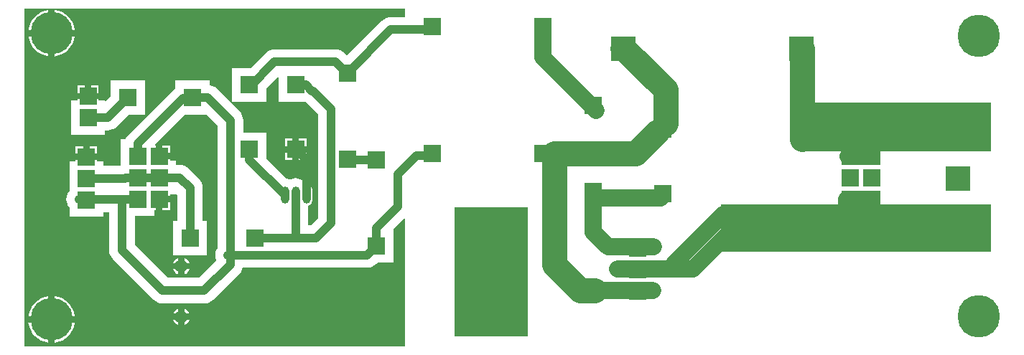
<source format=gbl>
%FSTAX24Y24*%
%MOIN*%
%SFA1B1*%

%IPPOS*%
%ADD10C,0.010000*%
%ADD23C,0.039370*%
%ADD25R,0.078740X0.078740*%
%ADD26R,0.078740X0.078740*%
%ADD27R,0.118110X0.118110*%
%ADD28O,0.039370X0.078740*%
%ADD29O,0.039370X0.078740*%
%ADD30C,0.196850*%
%ADD31C,0.060000*%
%ADD32C,0.078740*%
%ADD33C,0.118110*%
%ADD34R,0.338580X0.602360*%
%ADD35R,0.881890X0.230080*%
%ADD36R,1.255900X0.220080*%
%LNpcb1-1*%
%LPD*%
G36*
X017677Y015317D02*
X017015D01*
X0169Y015306*
X016788Y015272*
X016686Y015217*
X016596Y015144*
X014984Y013532*
X014868Y013647*
X014778Y013721*
X014675Y013776*
X014564Y01381*
X014448Y013821*
X011614*
Y013821*
X011498Y01381*
X011387Y013776*
X011284Y013721*
X011194Y013647*
X010503Y012956*
X009645*
Y011381*
X01122*
Y011995*
X011764Y012539*
X011811Y01252*
Y011381*
X013041*
X013061Y011371*
X013641Y010791*
Y005982*
X013289Y00563*
X013178*
Y006557*
X013234Y00658*
X013296Y006628*
X013344Y00669*
X013374Y006762*
X013384Y00684*
Y007233*
X013374Y007311*
X013344Y007383*
X013296Y007445*
X013234Y007493*
X013162Y007523*
X013095Y007531*
X013078Y007563*
X013004Y007653*
X012914Y007727*
X012812Y007782*
X0127Y007815*
X012585Y007827*
X012469Y007815*
X012358Y007782*
X012335Y007769*
X012312Y007782*
X0122Y007815*
X012139Y007821*
X01122Y00874*
Y009956*
X01016*
Y010511*
X010148Y010627*
X010115Y010738*
X01006Y010841*
X009986Y010931*
X008923Y011994*
X008833Y012068*
X008731Y012123*
X008619Y012156*
X008586Y01216*
Y012362*
X007011*
Y01201*
X006935Y011947*
X00484Y009852*
X004766Y009762*
X004711Y00966*
X004704Y009637*
X004472*
Y008412*
X003661*
Y008606*
X003367*
Y008671*
X002874*
X00238*
Y008606*
X002086*
Y007606*
Y007231*
X002044Y00718*
X001989Y007077*
X001956Y006966*
X001944Y00685*
X001956Y006734*
X001989Y006623*
X002044Y00652*
X002086Y006469*
Y006031*
X003661*
Y006257*
X003934*
Y004488*
X003945Y004372*
X003979Y004261*
X004034Y004158*
X004108Y004068*
X005997Y002178*
X006087Y002105*
X00619Y00205*
X006301Y002016*
X006417Y002005*
X008346*
X008462Y002016*
X008573Y00205*
X008676Y002105*
X008766Y002178*
X009986Y003399*
X01006Y003489*
X010115Y003591*
X010136Y003662*
X015903*
X016019Y003673*
X016131Y003707*
X016233Y003762*
X016323Y003836*
X016386Y003899*
X017122*
Y005456*
X017631Y005965*
X017677Y005945*
Y0*
X0*
Y015705*
X013346*
X017677*
Y015317*
G37*
G36*
X008973Y010266D02*
Y004607D01*
X008955Y004585*
X0089Y004483*
X008866Y004371*
X008855Y004255*
X008866Y00414*
X0089Y004028*
X008913Y004004*
X0081Y003191*
X006663*
X005121Y004734*
Y006063*
X006047*
Y006356*
X006112*
Y00685*
X006259*
Y006998*
X006753*
Y007063*
X007047*
X007091Y007049*
Y005824*
X006897*
Y004249*
X008472*
Y005824*
X008278*
Y007377*
X008267Y007493*
X008233Y007605*
X008178Y007707*
X008104Y007797*
X007632Y00827*
X007542Y008343*
X007439Y008398*
X007328Y008432*
X007212Y008443*
X007047*
Y008637*
X006753*
Y008702*
X006259*
Y00885*
X006112*
Y009344*
X006078*
X00606Y009394*
X007453Y010787*
X008452*
X008973Y010266*
G37*
%LNpcb1-2*%
%LPC*%
G36*
X001407Y015642D02*
Y014714D01*
X002335*
X002334Y014737*
X002294Y014903*
X002228Y01506*
X002139Y015206*
X002028Y015336*
X001899Y015446*
X001753Y015536*
X001595Y015601*
X00143Y015641*
X001407Y015642*
G37*
G36*
X001112D02*
X001089Y015641D01*
X000923Y015601*
X000766Y015536*
X00062Y015446*
X00049Y015336*
X000379Y015206*
X00029Y01506*
X000225Y014903*
X000185Y014737*
X000183Y014714*
X001112*
Y015642*
G37*
G36*
X002335Y014419D02*
X001407D01*
Y01349*
X00143Y013492*
X001595Y013532*
X001753Y013597*
X001899Y013687*
X002028Y013797*
X002139Y013927*
X002228Y014073*
X002294Y01423*
X002334Y014396*
X002335Y014419*
G37*
G36*
X001112D02*
X000183D01*
X000185Y014396*
X000225Y01423*
X00029Y014073*
X000379Y013927*
X00049Y013797*
X00062Y013687*
X000766Y013597*
X000923Y013532*
X001089Y013492*
X001112Y01349*
Y014419*
G37*
G36*
X003446Y012135D02*
X0031D01*
Y011789*
X003446*
Y012135*
G37*
G36*
X002805D02*
X002459D01*
Y011789*
X002805*
Y012135*
G37*
G36*
X005586Y012362D02*
X004011D01*
Y011626*
X003786Y011401*
X00374Y01142*
Y011429*
X003446*
Y011494*
X002459*
Y011429*
X002165*
Y009854*
X00374*
Y010048*
X003866*
X003981Y010059*
X004093Y010093*
X004195Y010148*
X004285Y010222*
X004851Y010787*
X005586*
Y012362*
G37*
G36*
X013092Y009663D02*
X012746D01*
Y009316*
X013092*
Y009663*
G37*
G36*
X01245D02*
X012104D01*
Y009316*
X01245*
Y009663*
G37*
G36*
X003367Y009312D02*
X003021D01*
Y008966*
X003367*
Y009312*
G37*
G36*
X002726D02*
X00238D01*
Y008966*
X002726*
Y009312*
G37*
G36*
X013092Y009021D02*
X012746D01*
Y008675*
X013092*
Y009021*
G37*
G36*
X01245D02*
X012104D01*
Y008675*
X01245*
Y009021*
G37*
G36*
X007431Y001749D02*
Y001525D01*
X007655*
X007632Y001579*
X007568Y001663*
X007485Y001727*
X007431Y001749*
G37*
G36*
X007135D02*
X007081Y001727D01*
X006998Y001663*
X006934Y001579*
X006911Y001525*
X007135*
Y001749*
G37*
G36*
X001407Y002335D02*
Y001407D01*
X002335*
X002334Y00143*
X002294Y001595*
X002228Y001753*
X002139Y001899*
X002028Y002028*
X001899Y002139*
X001753Y002228*
X001595Y002294*
X00143Y002334*
X001407Y002335*
G37*
G36*
X001112D02*
X001089Y002334D01*
X000923Y002294*
X000766Y002228*
X00062Y002139*
X00049Y002028*
X000379Y001899*
X00029Y001753*
X000225Y001595*
X000185Y00143*
X000183Y001407*
X001112*
Y002335*
G37*
G36*
X007655Y00123D02*
X007431D01*
Y001006*
X007485Y001028*
X007568Y001092*
X007632Y001176*
X007655Y00123*
G37*
G36*
X007135D02*
X006911D01*
X006934Y001176*
X006998Y001092*
X007081Y001028*
X007135Y001006*
Y00123*
G37*
G36*
X002335Y001112D02*
X001407D01*
Y000183*
X00143Y000185*
X001595Y000225*
X001753Y00029*
X001899Y000379*
X002028Y00049*
X002139Y00062*
X002228Y000766*
X002294Y000923*
X002334Y001089*
X002335Y001112*
G37*
G36*
X001112D02*
X000183D01*
X000185Y001089*
X000225Y000923*
X00029Y000766*
X000379Y00062*
X00049Y00049*
X00062Y000379*
X000766Y00029*
X000923Y000225*
X001089Y000185*
X001112Y000183*
Y001112*
G37*
G36*
X006753Y009344D02*
X006407D01*
Y008998*
X006753*
Y009344*
G37*
G36*
Y006702D02*
X006407D01*
Y006356*
X006753*
Y006702*
G37*
G36*
X007431Y004112D02*
Y003887D01*
X007655*
X007632Y003941*
X007568Y004025*
X007485Y004089*
X007431Y004112*
G37*
G36*
X007135D02*
X007081Y004089D01*
X006998Y004025*
X006934Y003941*
X006911Y003887*
X007135*
Y004112*
G37*
G36*
X007655Y003592D02*
X007431D01*
Y003368*
X007485Y00339*
X007568Y003454*
X007632Y003538*
X007655Y003592*
G37*
G36*
X007135D02*
X006911D01*
X006934Y003538*
X006998Y003454*
X007081Y00339*
X007135Y003368*
Y003592*
G37*
%LNpcb1-3*%
%LPD*%
G54D10*
X026417Y006905D02*
X026612D01*
G54D23*
X009566Y004255D02*
Y010511D01*
Y003818D02*
Y004255D01*
X015903*
X009448D02*
X009566D01*
X002538Y00685D02*
X002905D01*
X010433Y012047D02*
X011614Y013228D01*
X014235Y005737D02*
Y011037D01*
X013535Y005037D02*
X014235Y005737D01*
X013385Y011887D02*
X014235Y011037D01*
X015903Y004255D02*
X016335Y004687D01*
X003866Y010641D02*
X004799Y011574D01*
X002952Y010641D02*
X003866D01*
X016335Y004687D02*
Y005508D01*
X017322Y006496*
Y007992*
X018188Y008858*
X018779*
X010433Y008689D02*
X012085Y007037D01*
X010433Y008689D02*
Y009037D01*
X012598Y012169D02*
X013066D01*
X013349Y011887*
X013385*
X010685Y005037D02*
X013535D01*
X012585Y005087D02*
Y007037D01*
X032762Y005355D02*
Y005455D01*
X0276Y013855D02*
X027612Y013843D01*
X015Y012708D02*
X017015Y014724D01*
X018779*
X014448Y013228D02*
X01498Y012696D01*
X011614Y013228D02*
X014448D01*
X015Y008687D02*
Y008708D01*
X012598Y009169D02*
X013085Y008682D01*
Y007037D02*
Y008682D01*
X007685Y005037D02*
Y007377D01*
X007212Y00785D02*
X007685Y007377D01*
X006259Y00785D02*
X007212D01*
X002874Y007818D02*
X004665D01*
X004697Y00785*
X005259*
X006259*
X002874Y006818D02*
X002905Y00685D01*
X015Y008687D02*
X016335D01*
X005259Y00885D02*
Y009433D01*
X007354Y011528*
X004527Y004488D02*
Y00685D01*
Y004488D02*
X006417Y002598D01*
X002905Y00685D02*
X004527D01*
X005259*
X007354Y011528D02*
X007733D01*
X006417Y002598D02*
X008346D01*
X009566Y003818*
X007799Y011574D02*
X008503D01*
X009566Y010511*
G54D25*
X018937Y014881D03*
X024055D03*
Y008976D03*
X018937D03*
X010685Y005037D03*
X007685D03*
X007799Y011574D03*
X004799D03*
X002952Y011641D03*
Y010641D03*
G54D26*
X026417Y007212D03*
Y011212D03*
X002874Y006818D03*
Y007818D03*
Y008818D03*
X012598Y009169D03*
Y012169D03*
X010433Y009169D03*
Y012169D03*
X005259Y00885D03*
X006259D03*
X005259Y00785D03*
X006259D03*
X005259Y00685D03*
X006259D03*
X028464Y004582D03*
Y003582D03*
Y002582D03*
X029645Y007122D03*
Y010122D03*
X015Y012708D03*
Y008708D03*
X016335Y004687D03*
Y008687D03*
X039342Y004855D03*
X038342D03*
X039342Y005855D03*
X038342D03*
X039342Y006855D03*
X038342D03*
X039342Y007855D03*
X038342D03*
X039342Y008855D03*
X038342D03*
X039342Y009855D03*
X038342D03*
X039342Y010855D03*
X038342D03*
G54D27*
X027796Y013855D03*
X036064D03*
X043346Y007795D03*
Y009881D03*
Y005511D03*
G54D28*
X013085Y007037D03*
X012085D03*
G54D29*
X012585Y007037D03*
G54D30*
X021929Y003582D03*
X044291Y001417D03*
Y014448D03*
X001259Y001259D03*
Y014566D03*
G54D31*
X007283Y00374D03*
Y001378D03*
G54D32*
X024055Y013456D02*
X026535Y010976D01*
X024055Y013456D02*
Y014488D01*
X027612Y013843D02*
X027849D01*
X02937Y009964D02*
X029763Y010358D01*
X026456Y002622D02*
X029173D01*
X027519Y003622D02*
X031028D01*
X039184Y004855D02*
Y006855D01*
X038184Y005855D02*
Y006855D01*
X030157Y003858D02*
X032441Y006141D01*
X038224Y006855D02*
X039184D01*
X038184D02*
X038224D01*
Y004855D02*
X039184D01*
X038184D02*
X038224D01*
X037784Y005455D02*
X038184Y005855D01*
X036384Y005455D02*
X037784D01*
X031028Y003622D02*
X032762Y005355D01*
X038224Y010855D02*
X039224D01*
Y009855D02*
Y010855D01*
Y008855D02*
Y009855D01*
X038224D02*
X039224D01*
X038224Y008855D02*
X039224D01*
X026417Y005315D02*
X027086Y004645D01*
X026417Y006905D02*
Y006976D01*
Y005315D02*
Y006905D01*
X027086Y004645D02*
X029212D01*
X026612Y006905D02*
X029527D01*
G54D33*
X024606Y003818D02*
Y008976D01*
X028381*
X024606Y003818D02*
X025803Y002622D01*
X026456*
X028381Y008976D02*
X02937Y009964D01*
X036103Y009645D02*
Y013855D01*
X027849Y013843D02*
X029763Y011929D01*
Y010358D02*
Y011929D01*
G54D34*
X021653Y003484D03*
G54D35*
X040472Y010205D03*
G54D36*
X038602Y005513D03*
M02*
</source>
